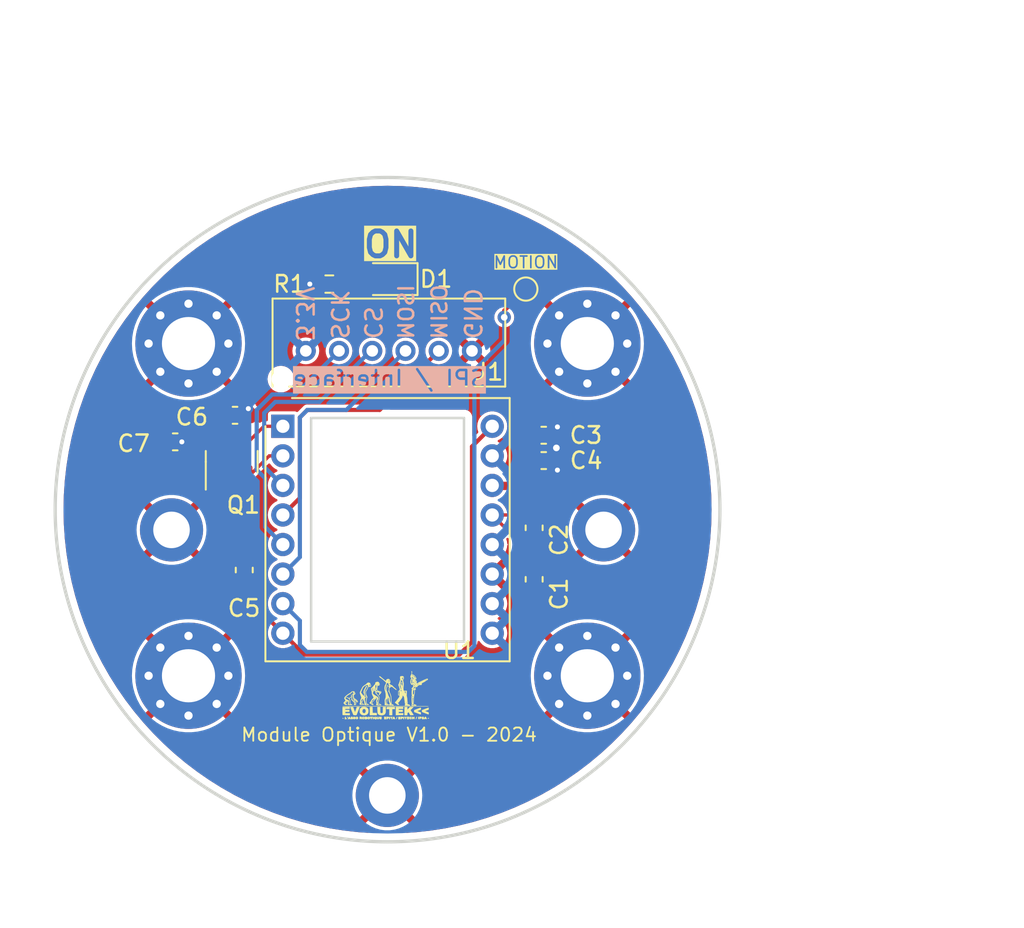
<source format=kicad_pcb>
(kicad_pcb (version 20221018) (generator pcbnew)
  (layers (0 "F.Cu" signal) (31 "B.Cu" signal) (34 "B.Paste" user) (35 "F.Paste" user) (36 "B.SilkS" user "B.Silkscreen") (37 "F.SilkS" user "F.Silkscreen") (38 "B.Mask" user) (39 "F.Mask" user) (44 "Edge.Cuts" user))
  (net 0 "")
  (net 1 "Net-(U1-REFA)")
  (net 2 "GND")
  (net 3 "+3V3")
  (net 4 "Net-(Q1-D)")
  (net 5 "Net-(U1--VCSEL)")
  (net 6 "/MISO")
  (net 7 "/MOSI")
  (net 8 "/CS")
  (net 9 "/SCK")
  (net 10 "Net-(Q1-G)")
  (net 11 "Net-(U1-~{MOTION})")
  (net 12 "Net-(D1-A)")
  (footprint "MountingHole:MountingHole_2.2mm_M2_DIN965_Pad" (layer "F.Cu") (at 103.078 72.5)
    (fp_text reference "H2" hide)
    (fp_text value "M2" hide)
    (pad "1" thru_hole circle (at 0 0) (size 3.8 3.8) (drill 2.2) (layers "*.Cu" "*.Mask") (net 2 "GND"))
  )
  (footprint "Resistor_SMD:R_0603_1608Metric" (layer "F.Cu") (at 112.575 57.7)
    (fp_text reference "R1" (at -2.3985 0) (layer "F.SilkS"))
    (fp_text value "510")
    (pad "1" smd roundrect (at -0.825 0) (size 0.8 0.95) (layers "F.Cu" "F.Paste" "F.Mask") (net 3 "+3V3"))
    (pad "2" smd roundrect (at 0.825 0) (size 0.8 0.95) (layers "F.Cu" "F.Paste" "F.Mask") (net 12 "Net-(D1-A)"))
  )
  (footprint "Capacitor_SMD:C_0603_1608Metric" (layer "F.Cu") (at 125.476 66.802 180)
    (fp_text reference "C3" (at -2.54 0) (layer "F.SilkS"))
    (fp_text value "100n")
    (pad "1" smd roundrect (at -0.775 0 180) (size 0.9 0.95) (layers "F.Cu" "F.Paste" "F.Mask") (net 3 "+3V3"))
    (pad "2" smd roundrect (at 0.775 0 180) (size 0.9 0.95) (layers "F.Cu" "F.Paste" "F.Mask") (net 2 "GND"))
  )
  (footprint "MountingHole:MountingHole_3.2mm_M3_Pad_Via" (layer "F.Cu") (at 104.1 81.282)
    (fp_text reference "REF**" hide)
    (fp_text value "MountingHole_3.2mm_M3_Pad_Via" hide)
    (pad "1" thru_hole circle (at -2.4 0) (size 0.8 0.8) (drill 0.5) (layers "*.Cu" "*.Mask"))
    (pad "1" thru_hole circle (at -1.697056 -1.697056) (size 0.8 0.8) (drill 0.5) (layers "*.Cu" "*.Mask"))
    (pad "1" thru_hole circle (at -1.697056 1.697056) (size 0.8 0.8) (drill 0.5) (layers "*.Cu" "*.Mask"))
    (pad "1" thru_hole circle (at 0 -2.4) (size 0.8 0.8) (drill 0.5) (layers "*.Cu" "*.Mask"))
    (pad "1" thru_hole circle (at 0 0) (size 6.4 6.4) (drill 3.2) (layers "*.Cu" "*.Mask") (net 2 "GND"))
    (pad "1" thru_hole circle (at 0 2.4) (size 0.8 0.8) (drill 0.5) (layers "*.Cu" "*.Mask"))
    (pad "1" thru_hole circle (at 1.697056 -1.697056) (size 0.8 0.8) (drill 0.5) (layers "*.Cu" "*.Mask"))
    (pad "1" thru_hole circle (at 1.697056 1.697056) (size 0.8 0.8) (drill 0.5) (layers "*.Cu" "*.Mask"))
    (pad "1" thru_hole circle (at 2.4 0) (size 0.8 0.8) (drill 0.5) (layers "*.Cu" "*.Mask"))
  )
  (footprint "Capacitor_SMD:C_0603_1608Metric" (layer "F.Cu") (at 106.9 65.6 180)
    (fp_text reference "C6" (at 2.6 -0.1 180) (layer "F.SilkS"))
    (fp_text value "100n")
    (pad "1" smd roundrect (at -0.775 0 180) (size 0.9 0.95) (layers "F.Cu" "F.Paste" "F.Mask") (net 3 "+3V3"))
    (pad "2" smd roundrect (at 0.775 0 180) (size 0.9 0.95) (layers "F.Cu" "F.Paste" "F.Mask") (net 2 "GND"))
  )
  (footprint "Package_TO_SOT_SMD:SOT-23" (layer "F.Cu") (at 106.7 68.4 90)
    (fp_text reference "Q1" (at -2.6 0.7 180) (layer "F.SilkS"))
    (fp_text value "PMOS")
    (pad "1" smd roundrect (at -0.9375 -0.95 90) (size 1.475 0.6) (layers "F.Cu" "F.Paste" "F.Mask") (net 4 "Net-(Q1-D)"))
    (pad "2" smd roundrect (at -0.9375 0.95 90) (size 1.475 0.6) (layers "F.Cu" "F.Paste" "F.Mask") (net 10 "Net-(Q1-G)"))
    (pad "3" smd roundrect (at 0.9375 0 90) (size 1.475 0.6) (layers "F.Cu" "F.Paste" "F.Mask") (net 3 "+3V3"))
  )
  (footprint "TestPoint:TestPoint_Pad_D1.0mm" (layer "F.Cu") (at 124.4 58)
    (fp_text reference "TP1" hide)
    (fp_text value "TestPoint" hide)
    (pad "1" smd circle (at 0 0) (size 1 1) (layers "F.Cu" "F.Mask") (net 11 "Net-(U1-~{MOTION})"))
  )
  (footprint "Capacitor_SMD:C_0603_1608Metric" (layer "F.Cu") (at 125.476 68.326 180)
    (fp_text reference "C4" (at -2.553 0) (layer "F.SilkS"))
    (fp_text value "3.3u")
    (pad "1" smd roundrect (at -0.775 0 180) (size 0.9 0.95) (layers "F.Cu" "F.Paste" "F.Mask") (net 3 "+3V3"))
    (pad "2" smd roundrect (at 0.775 0 180) (size 0.9 0.95) (layers "F.Cu" "F.Paste" "F.Mask") (net 2 "GND"))
  )
  (footprint "ComponentsEvo:logo-evo-micro" (layer "F.Cu") (at 116 82.4)
    (fp_text reference "LOGO1" hide)
    (fp_text value "TestPoint_Small" hide)
  )
  (footprint "MountingHole:MountingHole_3.2mm_M3_Pad_Via" (layer "F.Cu") (at 104.1 61.282)
    (fp_text reference "REF**" hide)
    (fp_text value "MountingHole_3.2mm_M3_Pad_Via" hide)
    (pad "1" thru_hole circle (at -2.4 0) (size 0.8 0.8) (drill 0.5) (layers "*.Cu" "*.Mask"))
    (pad "1" thru_hole circle (at -1.697056 -1.697056) (size 0.8 0.8) (drill 0.5) (layers "*.Cu" "*.Mask"))
    (pad "1" thru_hole circle (at -1.697056 1.697056) (size 0.8 0.8) (drill 0.5) (layers "*.Cu" "*.Mask"))
    (pad "1" thru_hole circle (at 0 -2.4) (size 0.8 0.8) (drill 0.5) (layers "*.Cu" "*.Mask"))
    (pad "1" thru_hole circle (at 0 0) (size 6.4 6.4) (drill 3.2) (layers "*.Cu" "*.Mask") (net 2 "GND"))
    (pad "1" thru_hole circle (at 0 2.4) (size 0.8 0.8) (drill 0.5) (layers "*.Cu" "*.Mask"))
    (pad "1" thru_hole circle (at 1.697056 -1.697056) (size 0.8 0.8) (drill 0.5) (layers "*.Cu" "*.Mask"))
    (pad "1" thru_hole circle (at 1.697056 1.697056) (size 0.8 0.8) (drill 0.5) (layers "*.Cu" "*.Mask"))
    (pad "1" thru_hole circle (at 2.4 0) (size 0.8 0.8) (drill 0.5) (layers "*.Cu" "*.Mask"))
  )
  (footprint "ConnectorsEvo:B06B-PASK" (layer "F.Cu") (at 116.158 61.722 180)
    (fp_text reference "J1" (at -6.016 -1.27) (layer "F.SilkS"))
    (fp_text value "Conn_01x06" hide)
    (pad "" np_thru_hole circle (at 6.5 -1.7 180) (size 1.1 1.1) (drill 1.1) (layers "*.Cu" "*.Mask"))
    (pad "1" thru_hole circle (at 5 0 180) (size 1.208 1.208) (drill 0.7) (layers "*.Cu" "*.Mask") (net 3 "+3V3"))
    (pad "2" thru_hole circle (at 3 0 180) (size 1.208 1.208) (drill 0.7) (layers "*.Cu" "*.Mask") (net 9 "/SCK"))
    (pad "3" thru_hole circle (at 1 0 180) (size 1.208 1.208) (drill 0.7) (layers "*.Cu" "*.Mask") (net 8 "/CS"))
    (pad "4" thru_hole circle (at -1 0 180) (size 1.208 1.208) (drill 0.7) (layers "*.Cu" "*.Mask") (net 7 "/MOSI"))
    (pad "5" thru_hole circle (at -3 0 180) (size 1.208 1.208) (drill 0.7) (layers "*.Cu" "*.Mask") (net 6 "/MISO"))
    (pad "6" thru_hole circle (at -5 0 180) (size 1.208 1.208) (drill 0.7) (layers "*.Cu" "*.Mask") (net 2 "GND"))
  )
  (footprint "MountingHole:MountingHole_3.2mm_M3_Pad_Via" (layer "F.Cu") (at 128.1 61.282)
    (fp_text reference "REF**" hide)
    (fp_text value "MountingHole_3.2mm_M3_Pad_Via" hide)
    (pad "1" thru_hole circle (at -2.4 0) (size 0.8 0.8) (drill 0.5) (layers "*.Cu" "*.Mask"))
    (pad "1" thru_hole circle (at -1.697056 -1.697056) (size 0.8 0.8) (drill 0.5) (layers "*.Cu" "*.Mask"))
    (pad "1" thru_hole circle (at -1.697056 1.697056) (size 0.8 0.8) (drill 0.5) (layers "*.Cu" "*.Mask"))
    (pad "1" thru_hole circle (at 0 -2.4) (size 0.8 0.8) (drill 0.5) (layers "*.Cu" "*.Mask"))
    (pad "1" thru_hole circle (at 0 0) (size 6.4 6.4) (drill 3.2) (layers "*.Cu" "*.Mask") (net 2 "GND"))
    (pad "1" thru_hole circle (at 0 2.4) (size 0.8 0.8) (drill 0.5) (layers "*.Cu" "*.Mask"))
    (pad "1" thru_hole circle (at 1.697056 -1.697056) (size 0.8 0.8) (drill 0.5) (layers "*.Cu" "*.Mask"))
    (pad "1" thru_hole circle (at 1.697056 1.697056) (size 0.8 0.8) (drill 0.5) (layers "*.Cu" "*.Mask"))
    (pad "1" thru_hole circle (at 2.4 0) (size 0.8 0.8) (drill 0.5) (layers "*.Cu" "*.Mask"))
  )
  (footprint "MountingHole:MountingHole_2.2mm_M2_DIN965_Pad" (layer "F.Cu") (at 129.078 72.5)
    (fp_text reference "H1" hide)
    (fp_text value "M2" hide)
    (pad "1" thru_hole circle (at 0 0) (size 3.8 3.8) (drill 2.2) (layers "*.Cu" "*.Mask") (net 2 "GND"))
  )
  (footprint "OptoDevice:ADNS-9800" (layer "F.Cu") (at 109.778 66.262)
    (fp_text reference "U1" (at 10.618 13.494 180) (layer "F.SilkS"))
    (fp_text value "ADNS 9800" hide)
    (fp_line (start 1.7 -0.5) (end 10.9 -0.5) (stroke (width 0.15)) (layer "Edge.Cuts"))
    (fp_line (start 1.7 12.96) (end 1.7 -0.5) (stroke (width 0.15)) (layer "Edge.Cuts"))
    (fp_line (start 10.9 -0.5) (end 10.9 12.96) (stroke (width 0.15)) (layer "Edge.Cuts"))
    (fp_line (start 10.9 12.96) (end 1.7 12.96) (stroke (width 0.15)) (layer "Edge.Cuts"))
    (pad "1" thru_hole rect (at 0 0) (size 1.4 1.4) (drill 0.8) (layers "*.Cu" "*.Mask") (net 4 "Net-(Q1-D)"))
    (pad "2" thru_hole circle (at 0 1.78) (size 1.4 1.4) (drill 0.8) (layers "*.Cu" "*.Mask") (net 10 "Net-(Q1-G)"))
    (pad "3" thru_hole circle (at 0 3.56) (size 1.4 1.4) (drill 0.8) (layers "*.Cu" "*.Mask") (net 8 "/CS"))
    (pad "4" thru_hole circle (at 0 5.34) (size 1.4 1.4) (drill 0.8) (layers "*.Cu" "*.Mask") (net 6 "/MISO"))
    (pad "5" thru_hole circle (at 0 7.12) (size 1.4 1.4) (drill 0.8) (layers "*.Cu" "*.Mask") (net 9 "/SCK"))
    (pad "6" thru_hole circle (at 0 8.9) (size 1.4 1.4) (drill 0.8) (layers "*.Cu" "*.Mask") (net 7 "/MOSI"))
    (pad "7" thru_hole circle (at 0 10.68) (size 1.4 1.4) (drill 0.8) (layers "*.Cu" "*.Mask") (net 11 "Net-(U1-~{MOTION})"))
    (pad "8" thru_hole circle (at 0 12.46) (size 1.4 1.4) (drill 0.8) (layers "*.Cu" "*.Mask") (net 5 "Net-(U1--VCSEL)"))
    (pad "9" thru_hole circle (at 12.6 12.46) (size 1.4 1.4) (drill 0.8) (layers "*.Cu" "*.Mask") (net 3 "+3V3"))
    (pad "10" thru_hole circle (at 12.6 10.68) (size 1.4 1.4) (drill 0.8) (layers "*.Cu" "*.Mask") (net 3 "+3V3"))
    (pad "11" thru_hole circle (at 12.6 8.9) (size 1.4 1.4) (drill 0.8) (layers "*.Cu" "*.Mask") (net 2 "GND"))
    (pad "12" thru_hole circle (at 12.6 7.12) (size 1.4 1.4) (drill 0.8) (layers "*.Cu" "*.Mask") (net 3 "+3V3"))
    (pad "13" thru_hole circle (at 12.6 5.34) (size 1.4 1.4) (drill 0.8) (layers "*.Cu" "*.Mask") (net 1 "Net-(U1-REFA)"))
    (pad "14" thru_hole circle (at 12.6 3.56) (size 1.4 1.4) (drill 0.8) (layers "*.Cu" "*.Mask") (net 2 "GND"))
    (pad "15" thru_hole circle (at 12.6 1.78) (size 1.4 1.4) (drill 0.8) (layers "*.Cu" "*.Mask") (net 3 "+3V3"))
    (pad "16" thru_hole circle (at 12.6 0) (size 1.4 1.4) (drill 0.8) (layers "*.Cu" "*.Mask") (net 5 "Net-(U1--VCSEL)"))
  )
  (footprint "Capacitor_SMD:C_0603_1608Metric" (layer "F.Cu") (at 107.455 74.917 -90)
    (fp_text reference "C5" (at 2.299 0.013) (layer "F.SilkS"))
    (fp_text value "470p")
    (pad "1" smd roundrect (at -0.775 0 270) (size 0.9 0.95) (layers "F.Cu" "F.Paste" "F.Mask") (net 4 "Net-(Q1-D)"))
    (pad "2" smd roundrect (at 0.775 0 270) (size 0.9 0.95) (layers "F.Cu" "F.Paste" "F.Mask") (net 5 "Net-(U1--VCSEL)"))
  )
  (footprint "MountingHole:MountingHole_3.2mm_M3_Pad_Via" (layer "F.Cu") (at 128.1 81.282)
    (fp_text reference "REF**" hide)
    (fp_text value "MountingHole_3.2mm_M3_Pad_Via" hide)
    (pad "1" thru_hole circle (at -2.4 0) (size 0.8 0.8) (drill 0.5) (layers "*.Cu" "*.Mask"))
    (pad "1" thru_hole circle (at -1.697056 -1.697056) (size 0.8 0.8) (drill 0.5) (layers "*.Cu" "*.Mask"))
    (pad "1" thru_hole circle (at -1.697056 1.697056) (size 0.8 0.8) (drill 0.5) (layers "*.Cu" "*.Mask"))
    (pad "1" thru_hole circle (at 0 -2.4) (size 0.8 0.8) (drill 0.5) (layers "*.Cu" "*.Mask"))
    (pad "1" thru_hole circle (at 0 0) (size 6.4 6.4) (drill 3.2) (layers "*.Cu" "*.Mask") (net 2 "GND"))
    (pad "1" thru_hole circle (at 0 2.4) (size 0.8 0.8) (drill 0.5) (layers "*.Cu" "*.Mask"))
    (pad "1" thru_hole circle (at 1.697056 -1.697056) (size 0.8 0.8) (drill 0.5) (layers "*.Cu" "*.Mask"))
    (pad "1" thru_hole circle (at 1.697056 1.697056) (size 0.8 0.8) (drill 0.5) (layers "*.Cu" "*.Mask"))
    (pad "1" thru_hole circle (at 2.4 0) (size 0.8 0.8) (drill 0.5) (layers "*.Cu" "*.Mask"))
  )
  (footprint "Capacitor_SMD:C_0603_1608Metric" (layer "F.Cu") (at 124.9 72.375 -90)
    (fp_text reference "C2" (at 0.725 -1.5 90) (layer "F.SilkS"))
    (fp_text value "10u")
    (pad "1" smd roundrect (at -0.775 0 270) (size 0.9 0.95) (layers "F.Cu" "F.Paste" "F.Mask") (net 1 "Net-(U1-REFA)"))
    (pad "2" smd roundrect (at 0.775 0 270) (size 0.9 0.95) (layers "F.Cu" "F.Paste" "F.Mask") (net 2 "GND"))
  )
  (footprint "MountingHole:MountingHole_2.2mm_M2_DIN965_Pad" (layer "F.Cu") (at 116.064 88.487)
    (fp_text reference "Hr" hide)
    (fp_text value "M2" hide)
    (pad "1" thru_hole circle (at 0 0) (size 3.8 3.8) (drill 2.2) (layers "*.Cu" "*.Mask") (net 2 "GND"))
  )
  (footprint "Capacitor_SMD:C_0603_1608Metric" (layer "F.Cu") (at 124.9 75.475 -90)
    (fp_text reference "C1" (at 0.887 -1.5 90) (layer "F.SilkS"))
    (fp_text value "100n")
    (pad "1" smd roundrect (at -0.775 0 270) (size 0.9 0.95) (layers "F.Cu" "F.Paste" "F.Mask") (net 1 "Net-(U1-REFA)"))
    (pad "2" smd roundrect (at 0.775 0 270) (size 0.9 0.95) (layers "F.Cu" "F.Paste" "F.Mask") (net 2 "GND"))
  )
  (footprint "LED_SMD:LED_0805_2012Metric" (layer "F.Cu") (at 116.2 57.4 180)
    (fp_text reference "D1" (at -2.794 0) (layer "F.SilkS"))
    (fp_text value "LED" hide)
    (pad "1" smd roundrect (at -0.9375 0 180) (size 0.975 1.4) (layers "F.Cu" "F.Paste" "F.Mask") (net 2 "GND"))
    (pad "2" smd roundrect (at 0.9375 0 180) (size 0.975 1.4) (layers "F.Cu" "F.Paste" "F.Mask") (net 12 "Net-(D1-A)"))
  )
  (footprint "Capacitor_SMD:C_0603_1608Metric" (layer "F.Cu") (at 103.3 67.2 180)
    (fp_text reference "C7" (at 2.5 -0.1) (layer "F.SilkS"))
    (fp_text value "1u")
    (pad "1" smd roundrect (at -0.775 0 180) (size 0.9 0.95) (layers "F.Cu" "F.Paste" "F.Mask") (net 3 "+3V3"))
    (pad "2" smd roundrect (at 0.775 0 180) (size 0.9 0.95) (layers "F.Cu" "F.Paste" "F.Mask") (net 2 "GND"))
  )
  (gr_circle (center 116.078 71.28) (end 136.078 71.28) (stroke (width 0.2)) (fill none) (layer "Edge.Cuts"))
  (gr_text "MISO\n" (at 118.6 61.1 -90) (layer "B.SilkS") (effects (font (size 0.9 0.9)) (justify left bottom mirror)))
  (gr_text "CS\n" (at 114.6 61.1 -90) (layer "B.SilkS") (effects (font (size 1 1)) (justify left bottom mirror)))
  (gr_text "GND\n" (at 120.6 61.1 -90) (layer "B.SilkS") (effects (font (size 1 1)) (justify left bottom mirror)))
  (gr_text "SPI / Interface" (at 122.1 64) (layer "B.SilkS" knockout) (effects (font (size 1 1)) (justify left bottom mirror)))
  (gr_text "SCK\n" (at 112.6 61.1 -90) (layer "B.SilkS") (effects (font (size 1 1)) (justify left bottom mirror)))
  (gr_text "3.3V\n" (at 110.5 61.2 -90) (layer "B.SilkS") (effects (font (size 1 1)) (justify left bottom mirror)))
  (gr_text "MOSI\n" (at 116.6 61.1 -90) (layer "B.SilkS") (effects (font (size 0.9 0.9)) (justify left bottom mirror)))
  (gr_text "ON" (at 114.5 56.2) (layer "F.SilkS" knockout) (effects (font (size 1.5 1.5) (thickness 0.3) bold) (justify left bottom)))
  (gr_text "Module Optique V1.0 - 2024" (at 107.2 85.3) (layer "F.SilkS") (effects (font (size 0.8 0.8) (thickness 0.11)) (justify left bottom)))
  (gr_text "MOTION\n" (at 124.4 56.8) (layer "F.SilkS" knockout) (effects (font (size 0.7 0.7) (thickness 0.1)) (justify bottom)))
  (segment (start 123.725 72.949) (end 122.378 71.602) (width 0.2) (layer "F.Cu") (net 1))
  (segment (start 124.5 74.7) (end 123.725 73.925) (width 0.2) (layer "F.Cu") (net 1))
  (segment (start 124.5 71.6) (end 124.498 71.602) (width 0.2) (layer "F.Cu") (net 1))
  (segment (start 124.498 71.602) (end 122.378 71.602) (width 0.2) (layer "F.Cu") (net 1))
  (segment (start 123.725 73.925) (end 123.725 72.949) (width 0.2) (layer "F.Cu") (net 1))
  (segment (start 124.701 67.056) (end 124.701 65.799) (width 0.5) (layer "F.Cu") (net 2))
  (segment (start 122.406 69.85) (end 122.378 69.822) (width 0.5) (layer "F.Cu") (net 2))
  (segment (start 124.701 65.799) (end 124.714 65.786) (width 0.5) (layer "F.Cu") (net 2))
  (segment (start 124.701 68.58) (end 123.431 69.85) (width 0.5) (layer "F.Cu") (net 2))
  (segment (start 123.431 69.85) (end 122.406 69.85) (width 0.5) (layer "F.Cu") (net 2))
  (segment (start 124.701 68.58) (end 124.701 67.056) (width 0.5) (layer "F.Cu") (net 2))
  (segment (start 107.675 65.6) (end 107.675 66.4875) (width 0.2) (layer "F.Cu") (net 3))
  (segment (start 103.7 67.2) (end 106.4375 67.2) (width 0.2) (layer "F.Cu") (net 3))
  (segment (start 107.675 66.4875) (end 106.7 67.4625) (width 0.2) (layer "F.Cu") (net 3))
  (segment (start 126.238 67.564) (end 126.238 68.313) (width 0.25) (layer "F.Cu") (net 3))
  (segment (start 126.238 66.815) (end 126.251 66.802) (width 0.25) (layer "F.Cu") (net 3))
  (segment (start 126.238 68.313) (end 126.251 68.326) (width 0.25) (layer "F.Cu") (net 3))
  (segment (start 106.4375 67.2) (end 106.7 67.4625) (width 0.2) (layer "F.Cu") (net 3))
  (segment (start 126.238 67.564) (end 126.238 66.815) (width 0.25) (layer "F.Cu") (net 3))
  (segment (start 104.075 67.2) (end 103.7 67.2) (width 0.2) (layer "F.Cu") (net 3))
  (via (at 126.3 68.9) (size 0.6) (drill 0.3) (layers "F.Cu" "B.Cu") (net 3))
  (via (at 103.7 67.2) (size 0.6) (drill 0.3) (layers "F.Cu" "B.Cu") (net 3))
  (via (at 111.4 57.7) (size 0.6) (drill 0.3) (layers "F.Cu" "B.Cu") (net 3))
  (via (at 126.3 66.3) (size 0.6) (drill 0.3) (layers "F.Cu" "B.Cu") (net 3))
  (via (at 126.238 67.564) (size 0.8) (drill 0.4) (layers "F.Cu" "B.Cu") (net 3))
  (via (at 107.7 65.2) (size 0.6) (drill 0.3) (layers "F.Cu" "B.Cu") (net 3))
  (segment (start 107.455 72.055) (end 105.75 70.35) (width 0.2) (layer "F.Cu") (net 4))
  (segment (start 107.3 67.6) (end 108.638 66.262) (width 0.2) (layer "F.Cu") (net 4))
  (segment (start 105.75 69.3375) (end 105.9875 69.1) (width 0.2) (layer "F.Cu") (net 4))
  (segment (start 105.9875 69.1) (end 106.436396 69.1) (width 0.2) (layer "F.Cu") (net 4))
  (segment (start 107.455 74.142) (end 107.455 72.055) (width 0.2) (layer "F.Cu") (net 4))
  (segment (start 106.436396 69.1) (end 107.3 68.236396) (width 0.2) (layer "F.Cu") (net 4))
  (segment (start 107.3 68.236396) (end 107.3 67.6) (width 0.2) (layer "F.Cu") (net 4))
  (segment (start 108.638 66.262) (end 109.778 66.262) (width 0.2) (layer "F.Cu") (net 4))
  (segment (start 105.75 70.35) (end 105.75 69.3375) (width 0.2) (layer "F.Cu") (net 4))
  (segment (start 121.158 67.482) (end 122.378 66.262) (width 0.25) (layer "F.Cu") (net 5))
  (segment (start 107.455 75.692) (end 107.455 76.399) (width 0.25) (layer "F.Cu") (net 5))
  (segment (start 120.396 80.01) (end 121.158 79.248) (width 0.25) (layer "F.Cu") (net 5))
  (segment (start 121.158 79.248) (end 121.158 67.482) (width 0.25) (layer "F.Cu") (net 5))
  (segment (start 107.455 76.399) (end 109.778 78.722) (width 0.25) (layer "F.Cu") (net 5))
  (segment (start 109.778 78.722) (end 111.066 80.01) (width 0.25) (layer "F.Cu") (net 5))
  (segment (start 111.066 80.01) (end 120.396 80.01) (width 0.25) (layer "F.Cu") (net 5))
  (segment (start 115.602 65.278) (end 111.252 65.278) (width 0.25) (layer "F.Cu") (net 6))
  (segment (start 110.803 65.727) (end 110.803 70.577) (width 0.25) (layer "F.Cu") (net 6))
  (segment (start 119.158 61.722) (end 115.602 65.278) (width 0.25) (layer "F.Cu") (net 6))
  (segment (start 110.803 70.577) (end 109.778 71.602) (width 0.25) (layer "F.Cu") (net 6))
  (segment (start 111.252 65.278) (end 110.803 65.727) (width 0.25) (layer "F.Cu") (net 6))
  (segment (start 110.803 74.137) (end 109.778 75.162) (width 0.25) (layer "B.Cu") (net 7))
  (segment (start 110.803 65.727) (end 110.803 74.137) (width 0.25) (layer "B.Cu") (net 7))
  (segment (start 117.158 61.722) (end 113.602 65.278) (width 0.25) (layer "B.Cu") (net 7))
  (segment (start 111.252 65.278) (end 110.803 65.727) (width 0.25) (layer "B.Cu") (net 7))
  (segment (start 113.602 65.278) (end 111.252 65.278) (width 0.25) (layer "B.Cu") (net 7))
  (segment (start 111.987 64.797) (end 109.321396 64.797) (width 0.25) (layer "B.Cu") (net 8))
  (segment (start 108.654 68.698) (end 109.778 69.822) (width 0.25) (layer "B.Cu") (net 8))
  (segment (start 115.158 61.722) (end 115.062 61.722) (width 0.25) (layer "B.Cu") (net 8))
  (segment (start 108.654 65.464396) (end 108.654 68.698) (width 0.25) (layer "B.Cu") (net 8))
  (segment (start 115.062 61.722) (end 111.987 64.797) (width 0.25) (layer "B.Cu") (net 8))
  (segment (start 109.321396 64.797) (end 108.654 65.464396) (width 0.25) (layer "B.Cu") (net 8))
  (segment (start 109.135 64.347) (end 110.533 64.347) (width 0.25) (layer "B.Cu") (net 9))
  (segment (start 108.204 65.278) (end 109.135 64.347) (width 0.25) (layer "B.Cu") (net 9))
  (segment (start 108.712 72.316) (end 108.712 69.392396) (width 0.25) (layer "B.Cu") (net 9))
  (segment (start 108.712 69.392396) (end 108.204 68.884396) (width 0.25) (layer "B.Cu") (net 9))
  (segment (start 110.533 64.347) (end 113.158 61.722) (width 0.25) (layer "B.Cu") (net 9))
  (segment (start 108.204 68.884396) (end 108.204 65.278) (width 0.25) (layer "B.Cu") (net 9))
  (segment (start 109.778 73.382) (end 108.712 72.316) (width 0.25) (layer "B.Cu") (net 9))
  (segment (start 107.6625 69.3375) (end 108.958 68.042) (width 0.2) (layer "F.Cu") (net 10))
  (segment (start 108.958 68.042) (end 109.778 68.042) (width 0.2) (layer "F.Cu") (net 10))
  (segment (start 107.65 69.3375) (end 107.6625 69.3375) (width 0.2) (layer "F.Cu") (net 10))
  (segment (start 123.1 59.3) (end 124.4 58) (width 0.25) (layer "F.Cu") (net 11))
  (segment (start 123.1 59.7) (end 123.1 59.3) (width 0.25) (layer "F.Cu") (net 11))
  (via (at 123.1 59.7) (size 0.8) (drill 0.4) (layers "F.Cu" "B.Cu") (net 11))
  (segment (start 120.936883 79.847) (end 111.219117 79.847) (width 0.25) (layer "B.Cu") (net 11))
  (segment (start 121.303 62.890805) (end 121.303 79.480883) (width 0.25) (layer "B.Cu") (net 11))
  (segment (start 121.303 79.480883) (end 120.936883 79.847) (width 0.25) (layer "B.Cu") (net 11))
  (segment (start 110.803 77.967) (end 109.778 76.942) (width 0.25) (layer "B.Cu") (net 11))
  (segment (start 110.803 79.430883) (end 110.803 77.967) (width 0.25) (layer "B.Cu") (net 11))
  (segment (start 123.1 61.093805) (end 121.303 62.890805) (width 0.25) (layer "B.Cu") (net 11))
  (segment (start 123.1 59.7) (end 123.1 61.093805) (width 0.25) (layer "B.Cu") (net 11))
  (segment (start 111.219117 79.847) (end 110.803 79.430883) (width 0.25) (layer "B.Cu") (net 11))
  (segment (start 114.9625 57.7) (end 115.2625 57.4) (width 0.2) (layer "F.Cu") (net 12))
  (segment (start 113.4 57.7) (end 114.9625 57.7) (width 0.2) (layer "F.Cu") (net 12))
  (zone (net 2) (net_name "GND") (layer "F.Cu") (connect_pads (clearance 0.2)) (min_thickness 0.15) (fill yes (thermal_gap 0.5) (thermal_bridge_width 0.5))
    (polygon (pts (xy 92.756777 49.32782) (xy 139.544777 49.52782) (xy 139.944777 92.66182) (xy 93.156777 92.46182)))
  )
  (zone (net 0) (net_name "") (layer "F.Cu") (connect_pads (clearance 0)) (min_thickness 0.25)
    (keepout (tracks allowed) (vias allowed) (pads allowed) (copperpour not_allowed) (footprints allowed))
    (fill (thermal_gap 0.5) (thermal_bridge_width 0.5))
    (polygon (pts (xy 123.952 66.04) (xy 125.476 66.04) (xy 125.476 69.342) (xy 123.444 70.866) (xy 121.412 70.866) (xy 121.412 68.834) (xy 123.444 68.834) (xy 123.952 68.326)))
  )
  (zone (net 3) (net_name "+3V3") (layer "B.Cu") (connect_pads (clearance 0.2)) (min_thickness 0.15) (fill yes (thermal_gap 0.5) (thermal_bridge_width 0.5))
    (polygon (pts (xy 92.953603 49.564653) (xy 139.541603 49.864653) (xy 139.541603 92.998653) (xy 92.953603 92.698653)))
  )
)
</source>
